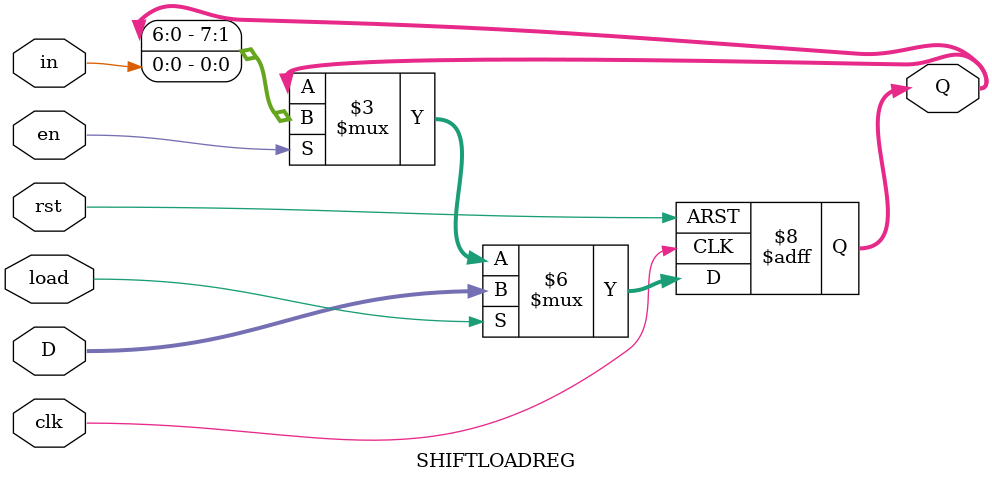
<source format=v>
`timescale 1ns / 1ps

/*
module RAM #(
    parameter LENGTH = 32'h1000,
    parameter WIDTH = 32,
    parameter USE_FILE = 0,
    parameter FILE_NAME = "ram.mem"
)
(
    input wire clk,
    input wire we,
    input wire cs,
    input wire oe,
    input wire [ADDRESS_WIDTH-1:0] address,
    inout wire [WIDTH-1:0] data
);
// ==================================
//// Internal Parameter Field
// ==================================
parameter ADDRESS_WIDTH = $clog2(LENGTH);
// ==================================
//// Registers
// ==================================
reg [WIDTH-1:0] ram [0:LENGTH];
reg [WIDTH-1:0] data_out;
// ==================================
//// Wires
// ==================================
// ==================================
//// Wire Assignments
// ==================================
assign data = (cs && oe && !we) ? data_out : {(WIDTH){1'bz}};
// ==================================
//// Modules
// ==================================
// ==================================
//// Behavioral Block
// ==================================
integer i;
initial
begin
    if(USE_FILE)
    begin
        $readmemh(FILE_NAME, ram);
    end
    else
    begin
        data_out = {(WIDTH){ 1'b0 }};
		for (i=0; i<32; i=i+1)
        begin
			ram[i] = {(WIDTH){ 1'b0 }};
        end
    end
end
always @(posedge clk)
begin
    if (cs && we)
    begin
       ram[address] = data;
    end
    else if (cs && oe && !we)
    begin
        data_out = ram[address];
    end
end
endmodule
*/

module RAM #(
    parameter LENGTH = 32'h1000,
    parameter USE_FILE = 0,
    parameter WIDTH = 32,
    parameter MINIMUM_SECTIONAL_WIDTH = 8,
    parameter FILE_NAME = "ram.mem"
)
(
    input wire clk,
    input wire [BYTE_ENABLES-1:0] we,
    input wire cs,
    input wire oe,
    input wire [ADDRESS_WIDTH-1:0] address,
    inout wire [WIDTH-1:0] data
);

// ==================================
//// Internal Parameter Field
// ==================================
parameter ADDRESS_WIDTH = $clog2(LENGTH);
parameter BYTE_ENABLES = WIDTH/MINIMUM_SECTIONAL_WIDTH;
// ==================================
//// Registers
// ==================================
reg [WIDTH-1:0] ram [0:LENGTH];
reg [WIDTH-1:0] data_out;
// ==================================
//// Wires
// ==================================
// ==================================
//// Wire Assignments
// ==================================
assign data = (cs && oe && !we) ? data_out : {(WIDTH){1'bz}};
// ==================================
//// Modules
// ==================================
// ==================================
//// Behavioral Block
// ==================================
integer i;
initial
begin
    if(USE_FILE)
    begin
        $readmemh(FILE_NAME, ram);
    end
    else
    begin
        data_out = {(WIDTH){ 1'b0 }};
        memory_in = {(WIDTH){ 1'b0 }};
		for (i = 0; i < LENGTH; i = i+1)
        begin
			ram[i] = {(WIDTH){ 1'b0 }};
        end
    end
end

reg [WIDTH-1:0] memory_in; // wire reg
`define SECTION_RANGES (MINIMUM_SECTIONAL_WIDTH*(c+1))-1 : MINIMUM_SECTIONAL_WIDTH*c

genvar c;
generate
    for (c = 0; c < BYTE_ENABLES; c = c + 1) begin: test
        always @(*)
        begin
            if(we[c])
            begin
                memory_in[`SECTION_RANGES] = data[`SECTION_RANGES];
            end
            else
            begin
                memory_in[`SECTION_RANGES] = ram[address][`SECTION_RANGES];
            end
        end
    end
endgenerate

always @(posedge clk)
begin
    if (cs && |we)
    begin
       ram[address] = memory_in;
    end
    else if (cs && oe && !(|we))
    begin
        data_out = ram[address];
    end
end

endmodule

module ROM #(
    parameter LENGTH = 32'h1000,
    parameter WIDTH = 32,
    parameter FILE_NAME = "rom.mem"
)
(
	input wire [$clog2(LENGTH)-1:0] a,
	output wire [WIDTH-1:0] out
);

// ==================================
//// Internal Parameter Field
// ==================================
// ==================================
//// Wires
// ==================================
// ==================================
//// Wire Assignments
// ==================================
assign out = rom[a];
// ==================================
//// Modules
// ==================================
// ==================================
//// Registers
// ==================================
reg [WIDTH:0] rom[0:LENGTH];
// ==================================
//// Behavioral Block
// ==================================
//initialize rom from memfile_s.dat
initial
begin
    $readmemh(FILE_NAME, rom);
end

endmodule

module FIFO #(
    parameter LENGTH = 16,
    parameter WIDTH = 32
)
(
    input wire clk,
    input wire rst,
    input wire wr_cs,
    input wire wr_en,
    input wire rd_cs,
    input wire rd_en,
    output reg full,
    output reg empty,
    output reg [WIDTH-1:0] out,
    input wire [WIDTH-1:0] in
);
// ==================================
//// Internal Parameter Field
// ==================================
parameter ADDRESS_WIDTH = $clog2(LENGTH);
// ==================================
//// Registers
// ==================================
reg [ADDRESS_WIDTH-1:0] write_position;
reg [ADDRESS_WIDTH-1:0] read_position;
reg [ADDRESS_WIDTH:0] status_count;
reg [WIDTH-1:0] mem [0:LENGTH];
// ==================================
//// Wires
// ==================================
// ==================================
//// Wire Assignments
// ==================================
// assign full  = (status_count == (LENGTH));
// assign empty = (status_count == 0);
// ==================================
//// Modules
// ==================================
// ==================================
//// Behavioral Block
// ==================================
always @(posedge clk or posedge rst)
begin
    if(rst)
    begin
        write_position = 0;
        read_position = 0;
        status_count = 0;
        mem[write_position] = 0;
        write_position = 0;
        out = 0;
        full = 0;
        empty = 1;
    end
    else
    begin
        if(status_count == 0)
        begin
            empty = 1;
        end
        if(status_count == LENGTH)
        begin
            full = 1;
        end
        //// Enqueue data
        if (wr_cs && wr_en && !full)
        begin
            mem[write_position] = in;
            if(write_position == LENGTH-1)
            begin
                write_position = 0;
            end
            else
            begin
                write_position = write_position + 1;
            end
            status_count = status_count + 1;
            empty = 0;
        end
        //// Dequeue data
        if (rd_cs && rd_en && !empty)
        begin
            out = mem[read_position];
            if(read_position == LENGTH-1)
            begin
                read_position = 0;
            end
            else
            begin
                read_position = read_position + 1;
            end
            status_count = status_count - 1;
            full = 0;
        end
    end
end

endmodule

/* TODO: dis still a fifo!! */
module STACK #(
    parameter LENGTH = 16,
    parameter WIDTH = 8
)
(
    input wire clk,
    input wire rst,
    input wire wr_cs,
    input wire wr_en,
    input wire rd_cs,
    input wire rd_en,
    output reg full,
    output reg empty,
    output reg [WIDTH-1:0] out,
    input wire [WIDTH-1:0] in
);
// ==================================
//// Internal Parameter Field
// ==================================
parameter ADDRESS_WIDTH = $clog2(LENGTH);
// ==================================
//// Registers
// ==================================
reg [ADDRESS_WIDTH-1:0] write_position;
reg [ADDRESS_WIDTH-1:0] read_position;
reg [ADDRESS_WIDTH:0] status_count;
reg [WIDTH-1:0] mem [0:LENGTH];
// ==================================
//// Wires
// ==================================
// ==================================
//// Wire Assignments
// ==================================
// assign full  = (status_count == (LENGTH));
// assign empty = (status_count == 0);
// ==================================
//// Modules
// ==================================
// ==================================
//// Behavioral Block
// ==================================
always @(posedge clk or posedge rst)
begin
    if(rst)
    begin
        write_position = 0;
        read_position = 0;
        status_count = 0;
        mem[write_position] = 0;
        write_position = 0;
        full = 0;
        empty = 1;
    end
    else
    begin
        if(status_count == 0)
        begin
            empty = 1;
        end
        if(status_count == LENGTH)
        begin
            full = 1;
        end
        //// Enqueue data
        if (wr_cs && wr_en && !full)
        begin
            mem[write_position] = in;
            if(write_position == LENGTH-1)
            begin
                write_position = 0;
            end
            else
            begin
                write_position = write_position + 1;
            end
            status_count = status_count + 1;
            empty = 0;
        end
        //// Dequeue data
        if (rd_cs && rd_en && !empty)
        begin
            out = mem[read_position];
            if(read_position == LENGTH-1)
            begin
                read_position = 0;
            end
            else
            begin
                read_position = read_position + 1;
            end
            status_count = status_count - 1;
            full = 0;
        end
    end
end

endmodule

//////////////////////////////////
// Registers
//////////////////////////////////

module SHIFTREGISTER #(parameter WIDTH = 8)(
	input wire rst,
	input wire clk,
	input wire en,
	input wire in,
	output reg [WIDTH-1:0] Q
);

always @(posedge clk or posedge rst)
begin
    if (rst)
    begin
    	Q <= 0;
    end
    else
    begin
        Q <= { Q[WIDTH-2:0], in };
    end
end

endmodule

module REGISTER #(parameter WIDTH = 8)(
	input wire rst,
	input wire clk,
	input wire load,
	input wire [WIDTH-1:0] D,
	output reg [WIDTH-1:0] Q
);

always @(posedge clk or posedge rst)
begin
    if (rst)
    begin
    	Q <= 0;
    end
    else if(load)
    begin
        Q <= D;
    end
end

endmodule


module SHIFTLOADREG #(parameter WIDTH = 8)(
	input wire rst,
	input wire clk,
    input wire load,
	input wire en,
	input wire in,
    input wire [WIDTH-1:0] D,
	output reg [WIDTH-1:0] Q
);

always @(posedge clk or posedge rst)
begin
    if (rst)
    begin
    	Q <= 0;
    end
    else if(load)
    begin
        Q <= D;
    end
    else if(en)
    begin
        Q <= { Q[WIDTH-2:0], in };
    end
end

endmodule

</source>
